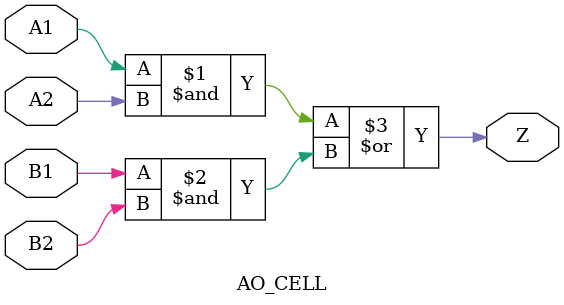
<source format=sv>
module AO_CELL ( 
input logic  A1,
input logic  A2, 
input logic  B1, 
input logic  B2, 
output logic  Z);  

`ifdef TSMC16
AO22D0BWP16P90 inst(.A1(A1), .A2(A2), .B1(B1), .B2(B2), .Z(Z));
`elsif GF12
SC7P5T_AO22X0P5_SSC14R inst(.A1(A1), .A2(A2), .B1(B1), .B2(B2), .Z(Z));
`else
assign Z = ((A1 & A2) | (B1 & B2)); 
`endif

endmodule 

</source>
